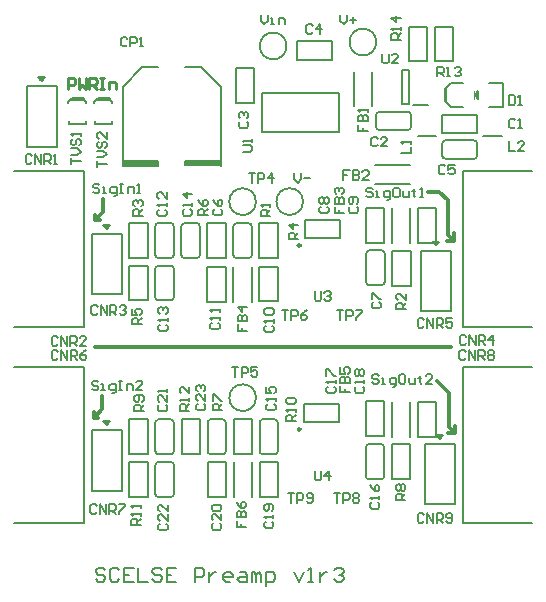
<source format=gto>
G04*
G04 #@! TF.GenerationSoftware,Altium Limited,Altium Designer,22.6.1 (34)*
G04*
G04 Layer_Color=65535*
%FSAX43Y43*%
%MOMM*%
G71*
G04*
G04 #@! TF.SameCoordinates,DFD1A6D8-6486-425C-A6BB-C63D1257436E*
G04*
G04*
G04 #@! TF.FilePolarity,Positive*
G04*
G01*
G75*
%ADD10C,0.250*%
%ADD11C,0.150*%
%ADD12C,0.200*%
%ADD13C,0.100*%
%ADD14C,0.300*%
D10*
X0024345Y0014125D02*
G03*
X0024345Y0014125I-0000125J0000000D01*
G01*
X0024335Y0029690D02*
G03*
X0024335Y0029690I-0000125J0000000D01*
G01*
X0004650Y0042950D02*
Y0043850D01*
X0005100D01*
X0005250Y0043700D01*
Y0043400D01*
X0005100Y0043250D01*
X0004650D01*
X0005550Y0043850D02*
Y0042950D01*
X0005850Y0043250D01*
X0006150Y0042950D01*
Y0043850D01*
X0006449Y0042950D02*
Y0043850D01*
X0006899D01*
X0007049Y0043700D01*
Y0043400D01*
X0006899Y0043250D01*
X0006449D01*
X0006749D02*
X0007049Y0042950D01*
X0007349Y0043850D02*
X0007649D01*
X0007499D01*
Y0042950D01*
X0007349D01*
X0007649D01*
X0008099D02*
Y0043550D01*
X0008549D01*
X0008699Y0043400D01*
Y0042950D01*
D11*
X0033415Y0039465D02*
G03*
X0033665Y0039715I0000000J0000250D01*
G01*
X0030715D02*
G03*
X0030965Y0039465I0000250J0000000D01*
G01*
X0030965Y0041015D02*
G03*
X0030715Y0040765I0000000J-0000250D01*
G01*
X0033665Y0040765D02*
G03*
X0033415Y0041015I-0000250J0000000D01*
G01*
X0036575Y0038575D02*
G03*
X0036325Y0038325I0000000J-0000250D01*
G01*
X0039275D02*
G03*
X0039025Y0038575I-0000250J0000000D01*
G01*
X0039025Y0037025D02*
G03*
X0039275Y0037275I0000000J0000250D01*
G01*
X0036325Y0037275D02*
G03*
X0036575Y0037025I0000250J0000000D01*
G01*
X0020550Y0016795D02*
G03*
X0020550Y0016795I-0001130J0000000D01*
G01*
X0013335Y0008390D02*
G03*
X0013585Y0008640I0000000J0000250D01*
G01*
Y0011090D02*
G03*
X0013335Y0011340I-0000250J0000000D01*
G01*
X0012285Y0011340D02*
G03*
X0012035Y0011090I0000000J-0000250D01*
G01*
Y0008640D02*
G03*
X0012285Y0008390I0000250J0000000D01*
G01*
X0022145Y0012000D02*
G03*
X0022395Y0012250I0000000J0000250D01*
G01*
Y0014700D02*
G03*
X0022145Y0014950I-0000250J0000000D01*
G01*
X0021095Y0014950D02*
G03*
X0020845Y0014700I0000000J-0000250D01*
G01*
Y0012250D02*
G03*
X0021095Y0012000I0000250J0000000D01*
G01*
X0016695Y0014950D02*
G03*
X0016445Y0014700I0000000J-0000250D01*
G01*
Y0012250D02*
G03*
X0016695Y0012000I0000250J0000000D01*
G01*
X0017745Y0012000D02*
G03*
X0017995Y0012250I0000000J0000250D01*
G01*
Y0014700D02*
G03*
X0017745Y0014950I-0000250J0000000D01*
G01*
X0013335Y0012000D02*
G03*
X0013585Y0012250I0000000J0000250D01*
G01*
Y0014700D02*
G03*
X0013335Y0014950I-0000250J0000000D01*
G01*
X0012285Y0014950D02*
G03*
X0012035Y0014700I0000000J-0000250D01*
G01*
Y0012250D02*
G03*
X0012285Y0012000I0000250J0000000D01*
G01*
X0024530Y0033400D02*
G03*
X0024530Y0033400I-0001130J0000000D01*
G01*
X0020540Y0033390D02*
G03*
X0020540Y0033390I-0001130J0000000D01*
G01*
X0019935Y0028615D02*
G03*
X0020185Y0028865I0000000J0000250D01*
G01*
Y0031315D02*
G03*
X0019935Y0031565I-0000250J0000000D01*
G01*
X0018885Y0031565D02*
G03*
X0018635Y0031315I0000000J-0000250D01*
G01*
Y0028865D02*
G03*
X0018885Y0028615I0000250J0000000D01*
G01*
X0013326Y0025028D02*
G03*
X0013576Y0025278I0000000J0000250D01*
G01*
Y0027728D02*
G03*
X0013326Y0027978I-0000250J0000000D01*
G01*
X0012276Y0027978D02*
G03*
X0012026Y0027728I0000000J-0000250D01*
G01*
Y0025278D02*
G03*
X0012276Y0025028I0000250J0000000D01*
G01*
X0014485Y0031570D02*
G03*
X0014235Y0031320I0000000J-0000250D01*
G01*
Y0028870D02*
G03*
X0014485Y0028620I0000250J0000000D01*
G01*
X0015535Y0028620D02*
G03*
X0015785Y0028870I0000000J0000250D01*
G01*
Y0031320D02*
G03*
X0015535Y0031570I-0000250J0000000D01*
G01*
X0013328Y0028620D02*
G03*
X0013578Y0028870I0000000J0000250D01*
G01*
Y0031320D02*
G03*
X0013328Y0031570I-0000250J0000000D01*
G01*
X0012278Y0031570D02*
G03*
X0012028Y0031320I0000000J-0000250D01*
G01*
Y0028870D02*
G03*
X0012278Y0028620I0000250J0000000D01*
G01*
X0030730Y0046900D02*
G03*
X0030730Y0046900I-0001130J0000000D01*
G01*
X0023130Y0046575D02*
G03*
X0023130Y0046575I-0001130J0000000D01*
G01*
X0031185Y0026315D02*
G03*
X0031435Y0026565I0000000J0000250D01*
G01*
Y0029015D02*
G03*
X0031185Y0029265I-0000250J0000000D01*
G01*
X0030135Y0029265D02*
G03*
X0029885Y0029015I0000000J-0000250D01*
G01*
Y0026565D02*
G03*
X0030135Y0026315I0000250J0000000D01*
G01*
X0031145Y0009900D02*
G03*
X0031395Y0010150I0000000J0000250D01*
G01*
Y0012600D02*
G03*
X0031145Y0012850I-0000250J0000000D01*
G01*
X0030095Y0012850D02*
G03*
X0029845Y0012600I0000000J-0000250D01*
G01*
Y0010150D02*
G03*
X0030095Y0009900I0000250J0000000D01*
G01*
X0041475Y0041424D02*
Y0043424D01*
X0040275Y0041424D02*
X0041475Y0041424D01*
X0040275Y0043424D02*
X0041475D01*
X0039149Y0042320D02*
Y0042520D01*
X0039249Y0042320D02*
Y0042520D01*
Y0042320D02*
X0039349Y0042420D01*
Y0042720D01*
X0039049Y0042420D02*
X0039349Y0042720D01*
X0039049Y0042420D02*
X0039349Y0042120D01*
Y0042720D01*
X0035705Y0048215D02*
X0037255D01*
X0035705Y0045265D02*
Y0048215D01*
X0037255Y0045265D02*
Y0048215D01*
X0035705Y0045265D02*
X0037255D01*
X0033495D02*
X0035045D01*
X0035045D02*
Y0048215D01*
X0033495Y0045265D02*
Y0048215D01*
X0033495D02*
X0035045D01*
X0039805Y0038990D02*
X0041355D01*
X0034235D02*
X0035785D01*
X0033665Y0039715D02*
Y0040765D01*
X0030965Y0041015D02*
X0033390D01*
X0030965Y0039465D02*
X0033415D01*
X0030715Y0039715D02*
Y0040765D01*
X0036325Y0037275D02*
Y0038325D01*
X0036600Y0037025D02*
X0039025D01*
X0036575Y0038575D02*
X0039025D01*
X0039275Y0037275D02*
Y0038325D01*
X0034245Y0013500D02*
X0035795D01*
X0035795D02*
Y0016450D01*
X0034245Y0013500D02*
Y0016450D01*
X0034245D02*
X0035795D01*
X0033595Y0013500D02*
Y0016450D01*
X0032045Y0013500D02*
Y0016450D01*
X0029845Y0016475D02*
X0031395D01*
X0029845Y0013525D02*
Y0016475D01*
X0031395Y0013525D02*
Y0016475D01*
X0029845Y0013525D02*
X0031395D01*
X0012285Y0011340D02*
X0013335D01*
X0012035Y0008640D02*
Y0011090D01*
X0013585Y0008665D02*
Y0011090D01*
X0012285Y0008390D02*
X0013335D01*
X0009835D02*
X0011385D01*
X0011385D02*
Y0011340D01*
X0009835Y0008390D02*
Y0011340D01*
X0009835D02*
X0011385D01*
X0021095Y0014950D02*
X0022145D01*
X0020845Y0012250D02*
Y0014700D01*
X0022395Y0012275D02*
Y0014700D01*
X0021095Y0012000D02*
X0022145D01*
X0018645Y0012000D02*
X0020195D01*
X0020195D02*
Y0014950D01*
X0018645Y0012000D02*
Y0014950D01*
X0018645D02*
X0020195D01*
X0016695Y0012000D02*
X0017745D01*
X0017995Y0012250D02*
Y0014700D01*
X0016445Y0012250D02*
Y0014675D01*
X0016695Y0014950D02*
X0017745D01*
X0014245D02*
X0015795D01*
X0014245Y0012000D02*
Y0014950D01*
X0015795Y0012000D02*
Y0014950D01*
X0014245Y0012000D02*
X0015795D01*
X0012285Y0014950D02*
X0013335D01*
X0012035Y0012250D02*
Y0014700D01*
X0013585Y0012275D02*
Y0014700D01*
X0012285Y0012000D02*
X0013335D01*
X0009835D02*
X0011385D01*
X0011385D02*
Y0014950D01*
X0009835Y0012000D02*
Y0014950D01*
X0009835D02*
X0011385D01*
X0034505Y0024130D02*
X0037055D01*
X0034505Y0029230D02*
X0037055D01*
Y0024130D02*
Y0029230D01*
X0034505Y0024130D02*
Y0029230D01*
X0035480Y0029985D02*
X0036080D01*
X0035480D02*
X0035780Y0029685D01*
X0036080Y0029985D01*
X0035780D02*
X0036080D01*
X0035680Y0029885D02*
X0035780Y0029985D01*
X0035680Y0029885D02*
X0035855D01*
X0035680Y0029810D02*
X0035855D01*
X0034235Y0029915D02*
X0035785D01*
X0035785D02*
Y0032865D01*
X0034235Y0029915D02*
Y0032865D01*
X0034235D02*
X0035785D01*
X0033585Y0029915D02*
Y0032865D01*
X0032035Y0029915D02*
Y0032865D01*
X0029835Y0032840D02*
X0031385D01*
X0029835Y0029890D02*
Y0032840D01*
X0031385Y0029890D02*
Y0032840D01*
X0029835Y0029890D02*
X0031385D01*
X0018885Y0031565D02*
X0019935D01*
X0018635Y0028865D02*
Y0031315D01*
X0020185Y0028890D02*
Y0031315D01*
X0018885Y0028615D02*
X0019935D01*
X0012276Y0027978D02*
X0013326D01*
X0012026Y0025278D02*
Y0027728D01*
X0013576Y0025303D02*
Y0027728D01*
X0012276Y0025028D02*
X0013326D01*
X0009826D02*
X0011376D01*
X0011376D02*
Y0027978D01*
X0009826Y0025028D02*
Y0027978D01*
X0009826D02*
X0011376D01*
X0020835Y0028615D02*
X0022385D01*
X0022385D02*
Y0031565D01*
X0020835Y0028615D02*
Y0031565D01*
X0020835D02*
X0022385D01*
X0016435Y0031570D02*
X0017985D01*
X0016435Y0028620D02*
Y0031570D01*
X0017985Y0028620D02*
Y0031570D01*
X0016435Y0028620D02*
X0017985D01*
X0014485D02*
X0015535D01*
X0015785Y0028870D02*
Y0031320D01*
X0014235Y0028870D02*
Y0031295D01*
X0014485Y0031570D02*
X0015535D01*
X0012278D02*
X0013328D01*
X0012028Y0028870D02*
Y0031320D01*
X0013578Y0028895D02*
Y0031320D01*
X0012278Y0028620D02*
X0013328D01*
X0009828D02*
X0011378D01*
X0011378D02*
Y0031570D01*
X0009828Y0028620D02*
Y0031570D01*
X0009828D02*
X0011378D01*
X0038050Y0006141D02*
X0043950D01*
X0038050Y0019359D02*
X0043950D01*
X0038050Y0006141D02*
Y0019359D01*
X0038050Y0022741D02*
X0043950D01*
X0038050Y0035959D02*
X0043950D01*
X0038050Y0022741D02*
Y0035959D01*
X0030365Y0041450D02*
Y0044400D01*
X0028815Y0041450D02*
Y0044400D01*
X0026975Y0045425D02*
Y0046975D01*
X0024025Y0046975D02*
X0026975D01*
X0024025Y0045425D02*
X0026975D01*
X0024025Y0045425D02*
Y0046975D01*
X0001125Y0038050D02*
X0003675D01*
X0001125Y0043150D02*
X0003675D01*
Y0038050D02*
Y0043150D01*
X0001125Y0038050D02*
Y0043150D01*
X0002100Y0043905D02*
X0002700D01*
X0002100D02*
X0002400Y0043605D01*
X0002700Y0043905D01*
X0002400D02*
X0002700D01*
X0002300Y0043805D02*
X0002400Y0043905D01*
X0002300Y0043805D02*
X0002475D01*
X0002300Y0043730D02*
X0002475D01*
X0039270Y0039215D02*
Y0040765D01*
X0036320Y0040765D02*
X0039270D01*
X0036320Y0039215D02*
X0039270D01*
X0036320Y0039215D02*
Y0040765D01*
X0012225Y0036450D02*
Y0036850D01*
X0009252D02*
X0012225D01*
X0009252Y0036700D02*
X0012223D01*
X0009252Y0036600D02*
X0012223D01*
X0014575Y0036452D02*
X0017548D01*
X0014577Y0036602D02*
X0017548D01*
X0014577Y0036702D02*
X0017548D01*
X0014575Y0036852D02*
X0017548D01*
X0014575Y0036452D02*
Y0036852D01*
Y0044750D02*
X0015875D01*
X0017550Y0043075D01*
X0009250D02*
X0010925Y0044750D01*
X0012225D01*
X0017550Y0036450D02*
Y0043075D01*
X0009250Y0036450D02*
X0012225D01*
X0009250D02*
Y0043075D01*
X0021050Y0042550D02*
X0027550D01*
X0021050Y0039250D02*
X0027550D01*
Y0042550D01*
X0021050Y0039250D02*
Y0042550D01*
X0018825Y0041725D02*
X0020375D01*
X0020375D02*
Y0044675D01*
X0018825Y0041725D02*
Y0044675D01*
X0018825D02*
X0020375D01*
X0008325Y0040000D02*
Y0040250D01*
X0006875Y0040000D02*
X0008325D01*
X0006875D02*
Y0040250D01*
X0006125Y0040000D02*
Y0040250D01*
X0004675Y0040000D02*
X0006125D01*
X0004675D02*
Y0040250D01*
X0032085Y0026290D02*
X0033635D01*
X0033635D02*
Y0029240D01*
X0032085Y0026290D02*
Y0029240D01*
X0032085D02*
X0033635D01*
X0030135Y0029265D02*
X0031185D01*
X0029885Y0026565D02*
Y0029015D01*
X0031435Y0026590D02*
Y0029015D01*
X0030135Y0026315D02*
X0031185D01*
X0030625Y0036475D02*
X0033575D01*
X0030625Y0034925D02*
X0033575D01*
X0032045Y0009900D02*
X0033595D01*
X0033595D02*
Y0012850D01*
X0032045Y0009900D02*
Y0012850D01*
X0032045D02*
X0033595D01*
X0030095D02*
X0031145D01*
X0029845Y0010150D02*
Y0012600D01*
X0031395Y0010175D02*
Y0012600D01*
X0030095Y0009900D02*
X0031145D01*
X0006635Y0008930D02*
X0009185D01*
X0006635Y0014030D02*
X0009185D01*
Y0008930D02*
Y0014030D01*
X0006635Y0008930D02*
Y0014030D01*
X0007610Y0014785D02*
X0008210D01*
X0007610D02*
X0007910Y0014485D01*
X0008210Y0014785D01*
X0007910D02*
X0008210D01*
X0007810Y0014685D02*
X0007910Y0014785D01*
X0007810Y0014685D02*
X0007985D01*
X0007810Y0014610D02*
X0007985D01*
X0024625Y0014725D02*
Y0016275D01*
Y0014725D02*
X0027575D01*
X0024625Y0016275D02*
X0027575D01*
Y0014725D02*
Y0016275D01*
X0016445Y0011350D02*
X0017995D01*
X0016445Y0008400D02*
Y0011350D01*
X0017995Y0008400D02*
Y0011350D01*
X0016445Y0008400D02*
X0017995D01*
X0018645D02*
Y0011350D01*
X0020195Y0008400D02*
Y0011350D01*
X0020845Y0008400D02*
X0022395D01*
X0022395D02*
Y0011350D01*
X0020845Y0008400D02*
Y0011350D01*
X0020845D02*
X0022395D01*
X0024725Y0030325D02*
Y0031875D01*
Y0030325D02*
X0027675D01*
X0024725Y0031875D02*
X0027675D01*
Y0030325D02*
Y0031875D01*
X0020835Y0024940D02*
X0022385D01*
X0022385D02*
Y0027890D01*
X0020835Y0024940D02*
Y0027890D01*
X0020835D02*
X0022385D01*
X0018635Y0024915D02*
Y0027865D01*
X0020185Y0024915D02*
Y0027865D01*
X0016435D02*
X0017985D01*
X0016435Y0024915D02*
Y0027865D01*
X0017985Y0024915D02*
Y0027865D01*
X0016435Y0024915D02*
X0017985D01*
X0006625Y0025530D02*
X0009175D01*
X0006625Y0030630D02*
X0009175D01*
Y0025530D02*
Y0030630D01*
X0006625Y0025530D02*
Y0030630D01*
X0007600Y0031385D02*
X0008200D01*
X0007600D02*
X0007900Y0031085D01*
X0008200Y0031385D01*
X0007900D02*
X0008200D01*
X0007800Y0031285D02*
X0007900Y0031385D01*
X0007800Y0031285D02*
X0007975D01*
X0007800Y0031210D02*
X0007975D01*
X0000050Y0019359D02*
X0005950D01*
X0000050Y0006141D02*
X0005950D01*
Y0019359D01*
X0000050Y0035959D02*
X0005950D01*
X0000050Y0022741D02*
X0005950D01*
Y0035959D01*
X0034825Y0007750D02*
X0037375D01*
X0034825Y0012850D02*
X0037375D01*
Y0007750D02*
Y0012850D01*
X0034825Y0007750D02*
Y0012850D01*
X0035800Y0013605D02*
X0036400D01*
X0035800D02*
X0036100Y0013305D01*
X0036400Y0013605D01*
X0036100D02*
X0036400D01*
X0036000Y0013505D02*
X0036100Y0013605D01*
X0036000Y0013505D02*
X0036175D01*
X0036000Y0013430D02*
X0036175D01*
D12*
X0032930Y0041660D02*
X0033530D01*
X0032930D02*
Y0044560D01*
X0033530D01*
Y0041660D02*
Y0044560D01*
X0033880Y0041610D02*
X0035080D01*
X0036550Y0042933D02*
X0037040Y0043424D01*
X0038075D01*
X0036650Y0041824D02*
Y0043024D01*
X0036550Y0042933D02*
X0036550Y0041914D01*
X0037040Y0041424D02*
X0038075D01*
X0036550Y0041914D02*
X0037040Y0041424D01*
X0007140Y0042125D02*
X0008060Y0042125D01*
X0006850Y0041775D02*
Y0041835D01*
X0007100Y0042025D02*
X0008100D01*
X0006850Y0041835D02*
X0007140Y0042125D01*
X0008350Y0041775D02*
Y0041825D01*
X0008060Y0042125D02*
X0008350Y0041835D01*
X0004940Y0042125D02*
X0005860Y0042125D01*
X0004650Y0041775D02*
Y0041835D01*
X0004900Y0042025D02*
X0005900D01*
X0004650Y0041835D02*
X0004940Y0042125D01*
X0006150Y0041775D02*
Y0041825D01*
X0005860Y0042125D02*
X0006150Y0041835D01*
X0023800Y0035800D02*
Y0035267D01*
X0024067Y0035000D01*
X0024333Y0035267D01*
Y0035800D01*
X0024600Y0035400D02*
X0025133D01*
X0007293Y0034783D02*
X0007160Y0034916D01*
X0006893D01*
X0006760Y0034783D01*
Y0034650D01*
X0006893Y0034516D01*
X0007160D01*
X0007293Y0034383D01*
Y0034250D01*
X0007160Y0034117D01*
X0006893D01*
X0006760Y0034250D01*
X0007560Y0034117D02*
X0007826D01*
X0007693D01*
Y0034650D01*
X0007560D01*
X0008493Y0033850D02*
X0008626D01*
X0008759Y0033983D01*
Y0034650D01*
X0008359D01*
X0008226Y0034516D01*
Y0034250D01*
X0008359Y0034117D01*
X0008759D01*
X0009026Y0034916D02*
X0009293D01*
X0009159D01*
Y0034117D01*
X0009026D01*
X0009293D01*
X0009692D02*
Y0034650D01*
X0010092D01*
X0010226Y0034516D01*
Y0034117D01*
X0010492D02*
X0010759D01*
X0010625D01*
Y0034916D01*
X0010492Y0034783D01*
X0007780Y0002210D02*
X0007580Y0002409D01*
X0007180D01*
X0006980Y0002210D01*
Y0002010D01*
X0007180Y0001810D01*
X0007580D01*
X0007780Y0001610D01*
Y0001410D01*
X0007580Y0001210D01*
X0007180D01*
X0006980Y0001410D01*
X0008979Y0002210D02*
X0008779Y0002409D01*
X0008380D01*
X0008180Y0002210D01*
Y0001410D01*
X0008380Y0001210D01*
X0008779D01*
X0008979Y0001410D01*
X0010179Y0002409D02*
X0009379D01*
Y0001210D01*
X0010179D01*
X0009379Y0001810D02*
X0009779D01*
X0010579Y0002409D02*
Y0001210D01*
X0011379D01*
X0012578Y0002210D02*
X0012378Y0002409D01*
X0011978D01*
X0011778Y0002210D01*
Y0002010D01*
X0011978Y0001810D01*
X0012378D01*
X0012578Y0001610D01*
Y0001410D01*
X0012378Y0001210D01*
X0011978D01*
X0011778Y0001410D01*
X0013778Y0002409D02*
X0012978D01*
Y0001210D01*
X0013778D01*
X0012978Y0001810D02*
X0013378D01*
X0015377Y0001210D02*
Y0002409D01*
X0015977D01*
X0016177Y0002210D01*
Y0001810D01*
X0015977Y0001610D01*
X0015377D01*
X0016577Y0002010D02*
Y0001210D01*
Y0001610D01*
X0016777Y0001810D01*
X0016977Y0002010D01*
X0017177D01*
X0018376Y0001210D02*
X0017976D01*
X0017777Y0001410D01*
Y0001810D01*
X0017976Y0002010D01*
X0018376D01*
X0018576Y0001810D01*
Y0001610D01*
X0017777D01*
X0019176Y0002010D02*
X0019576D01*
X0019776Y0001810D01*
Y0001210D01*
X0019176D01*
X0018976Y0001410D01*
X0019176Y0001610D01*
X0019776D01*
X0020176Y0001210D02*
Y0002010D01*
X0020376D01*
X0020576Y0001810D01*
Y0001210D01*
Y0001810D01*
X0020776Y0002010D01*
X0020975Y0001810D01*
Y0001210D01*
X0021375Y0000810D02*
Y0002010D01*
X0021975D01*
X0022175Y0001810D01*
Y0001410D01*
X0021975Y0001210D01*
X0021375D01*
X0023775Y0002010D02*
X0024174Y0001210D01*
X0024574Y0002010D01*
X0024974Y0001210D02*
X0025374D01*
X0025174D01*
Y0002409D01*
X0024974Y0002210D01*
X0025974Y0002010D02*
Y0001210D01*
Y0001610D01*
X0026174Y0001810D01*
X0026374Y0002010D01*
X0026574D01*
X0027173Y0002210D02*
X0027373Y0002409D01*
X0027773D01*
X0027973Y0002210D01*
Y0002010D01*
X0027773Y0001810D01*
X0027573D01*
X0027773D01*
X0027973Y0001610D01*
Y0001410D01*
X0027773Y0001210D01*
X0027373D01*
X0027173Y0001410D01*
X0030933Y0018633D02*
X0030800Y0018766D01*
X0030533D01*
X0030400Y0018633D01*
Y0018500D01*
X0030533Y0018366D01*
X0030800D01*
X0030933Y0018233D01*
Y0018100D01*
X0030800Y0017967D01*
X0030533D01*
X0030400Y0018100D01*
X0031200Y0017967D02*
X0031466D01*
X0031333D01*
Y0018500D01*
X0031200D01*
X0032133Y0017700D02*
X0032266D01*
X0032399Y0017833D01*
Y0018500D01*
X0031999D01*
X0031866Y0018366D01*
Y0018100D01*
X0031999Y0017967D01*
X0032399D01*
X0033066Y0018766D02*
X0032799D01*
X0032666Y0018633D01*
Y0018100D01*
X0032799Y0017967D01*
X0033066D01*
X0033199Y0018100D01*
Y0018633D01*
X0033066Y0018766D01*
X0033466Y0018500D02*
Y0018100D01*
X0033599Y0017967D01*
X0033999D01*
Y0018500D01*
X0034399Y0018633D02*
Y0018500D01*
X0034265D01*
X0034532D01*
X0034399D01*
Y0018100D01*
X0034532Y0017967D01*
X0035465D02*
X0034932D01*
X0035465Y0018500D01*
Y0018633D01*
X0035332Y0018766D01*
X0035065D01*
X0034932Y0018633D01*
X0007193Y0018083D02*
X0007060Y0018216D01*
X0006793D01*
X0006660Y0018083D01*
Y0017950D01*
X0006793Y0017816D01*
X0007060D01*
X0007193Y0017683D01*
Y0017550D01*
X0007060Y0017417D01*
X0006793D01*
X0006660Y0017550D01*
X0007460Y0017417D02*
X0007726D01*
X0007593D01*
Y0017950D01*
X0007460D01*
X0008393Y0017150D02*
X0008526D01*
X0008659Y0017283D01*
Y0017950D01*
X0008259D01*
X0008126Y0017816D01*
Y0017550D01*
X0008259Y0017417D01*
X0008659D01*
X0008926Y0018216D02*
X0009193D01*
X0009059D01*
Y0017417D01*
X0008926D01*
X0009193D01*
X0009592D02*
Y0017950D01*
X0009992D01*
X0010126Y0017816D01*
Y0017417D01*
X0010925D02*
X0010392D01*
X0010925Y0017950D01*
Y0018083D01*
X0010792Y0018216D01*
X0010525D01*
X0010392Y0018083D01*
X0030433Y0034433D02*
X0030300Y0034566D01*
X0030033D01*
X0029900Y0034433D01*
Y0034300D01*
X0030033Y0034166D01*
X0030300D01*
X0030433Y0034033D01*
Y0033900D01*
X0030300Y0033767D01*
X0030033D01*
X0029900Y0033900D01*
X0030700Y0033767D02*
X0030966D01*
X0030833D01*
Y0034300D01*
X0030700D01*
X0031633Y0033500D02*
X0031766D01*
X0031899Y0033633D01*
Y0034300D01*
X0031499D01*
X0031366Y0034166D01*
Y0033900D01*
X0031499Y0033767D01*
X0031899D01*
X0032566Y0034566D02*
X0032299D01*
X0032166Y0034433D01*
Y0033900D01*
X0032299Y0033767D01*
X0032566D01*
X0032699Y0033900D01*
Y0034433D01*
X0032566Y0034566D01*
X0032966Y0034300D02*
Y0033900D01*
X0033099Y0033767D01*
X0033499D01*
Y0034300D01*
X0033899Y0034433D02*
Y0034300D01*
X0033765D01*
X0034032D01*
X0033899D01*
Y0033900D01*
X0034032Y0033767D01*
X0034432D02*
X0034698D01*
X0034565D01*
Y0034566D01*
X0034432Y0034433D01*
X0027700Y0049200D02*
Y0048667D01*
X0027967Y0048400D01*
X0028233Y0048667D01*
Y0049200D01*
X0028500Y0048800D02*
X0029033D01*
X0028766Y0049066D02*
Y0048533D01*
X0021000Y0049200D02*
Y0048667D01*
X0021267Y0048400D01*
X0021533Y0048667D01*
Y0049200D01*
X0021800Y0048400D02*
X0022066D01*
X0021933D01*
Y0048933D01*
X0021800D01*
X0022466Y0048400D02*
Y0048933D01*
X0022866D01*
X0022999Y0048800D01*
Y0048400D01*
X0031234Y0045900D02*
Y0045233D01*
X0031367Y0045100D01*
X0031633D01*
X0031767Y0045233D01*
Y0045900D01*
X0032566Y0045100D02*
X0032033D01*
X0032566Y0045633D01*
Y0045767D01*
X0032433Y0045900D01*
X0032167D01*
X0032033Y0045767D01*
X0027149Y0008700D02*
X0027682D01*
X0027415D01*
Y0007900D01*
X0027948D02*
Y0008700D01*
X0028348D01*
X0028482Y0008567D01*
Y0008300D01*
X0028348Y0008167D01*
X0027948D01*
X0028748Y0008567D02*
X0028881Y0008700D01*
X0029148D01*
X0029281Y0008567D01*
Y0008433D01*
X0029148Y0008300D01*
X0029281Y0008167D01*
Y0008033D01*
X0029148Y0007900D01*
X0028881D01*
X0028748Y0008033D01*
Y0008167D01*
X0028881Y0008300D01*
X0028748Y0008433D01*
Y0008567D01*
X0028881Y0008300D02*
X0029148D01*
X0023234Y0008700D02*
X0023767D01*
X0023500D01*
Y0007900D01*
X0024033D02*
Y0008700D01*
X0024433D01*
X0024567Y0008567D01*
Y0008300D01*
X0024433Y0008167D01*
X0024033D01*
X0024833Y0008033D02*
X0024966Y0007900D01*
X0025233D01*
X0025366Y0008033D01*
Y0008567D01*
X0025233Y0008700D01*
X0024966D01*
X0024833Y0008567D01*
Y0008433D01*
X0024966Y0008300D01*
X0025366D01*
X0025534Y0010600D02*
Y0009933D01*
X0025667Y0009800D01*
X0025933D01*
X0026067Y0009933D01*
Y0010600D01*
X0026733Y0009800D02*
Y0010600D01*
X0026333Y0010200D01*
X0026866D01*
X0027394Y0024200D02*
X0027927D01*
X0027660D01*
Y0023400D01*
X0028193D02*
Y0024200D01*
X0028593D01*
X0028727Y0024067D01*
Y0023800D01*
X0028593Y0023667D01*
X0028193D01*
X0028993Y0024200D02*
X0029526D01*
Y0024067D01*
X0028993Y0023533D01*
Y0023400D01*
X0022734Y0024200D02*
X0023267D01*
X0023000D01*
Y0023400D01*
X0023533D02*
Y0024200D01*
X0023933D01*
X0024067Y0024067D01*
Y0023800D01*
X0023933Y0023667D01*
X0023533D01*
X0024866Y0024200D02*
X0024600Y0024067D01*
X0024333Y0023800D01*
Y0023533D01*
X0024466Y0023400D01*
X0024733D01*
X0024866Y0023533D01*
Y0023667D01*
X0024733Y0023800D01*
X0024333D01*
X0025534Y0025800D02*
Y0025133D01*
X0025667Y0025000D01*
X0025933D01*
X0026067Y0025133D01*
Y0025800D01*
X0026333Y0025667D02*
X0026467Y0025800D01*
X0026733D01*
X0026866Y0025667D01*
Y0025533D01*
X0026733Y0025400D01*
X0026600D01*
X0026733D01*
X0026866Y0025267D01*
Y0025133D01*
X0026733Y0025000D01*
X0026467D01*
X0026333Y0025133D01*
X0041967Y0042400D02*
Y0041600D01*
X0042367D01*
X0042500Y0041733D01*
Y0042267D01*
X0042367Y0042400D01*
X0041967D01*
X0042767Y0041600D02*
X0043033D01*
X0042900D01*
Y0042400D01*
X0042767Y0042267D01*
X0035900Y0044000D02*
Y0044800D01*
X0036300D01*
X0036433Y0044667D01*
Y0044400D01*
X0036300Y0044267D01*
X0035900D01*
X0036167D02*
X0036433Y0044000D01*
X0036700D02*
X0036967D01*
X0036833D01*
Y0044800D01*
X0036700Y0044667D01*
X0037367D02*
X0037500Y0044800D01*
X0037766D01*
X0037900Y0044667D01*
Y0044533D01*
X0037766Y0044400D01*
X0037633D01*
X0037766D01*
X0037900Y0044267D01*
Y0044133D01*
X0037766Y0044000D01*
X0037500D01*
X0037367Y0044133D01*
X0032800Y0047100D02*
X0032000D01*
Y0047500D01*
X0032133Y0047633D01*
X0032400D01*
X0032533Y0047500D01*
Y0047100D01*
Y0047367D02*
X0032800Y0047633D01*
Y0047900D02*
Y0048167D01*
Y0048033D01*
X0032000D01*
X0032133Y0047900D01*
X0032800Y0048966D02*
X0032000D01*
X0032400Y0048567D01*
Y0049100D01*
X0041934Y0038500D02*
Y0037700D01*
X0042467D01*
X0043266D02*
X0042733D01*
X0043266Y0038233D01*
Y0038367D01*
X0043133Y0038500D01*
X0042867D01*
X0042733Y0038367D01*
X0032840Y0037497D02*
X0033640D01*
Y0038030D01*
Y0038297D02*
Y0038563D01*
Y0038430D01*
X0032840D01*
X0032973Y0038297D01*
X0030837Y0038737D02*
X0030703Y0038870D01*
X0030437D01*
X0030304Y0038737D01*
Y0038203D01*
X0030437Y0038070D01*
X0030703D01*
X0030837Y0038203D01*
X0031636Y0038070D02*
X0031103D01*
X0031636Y0038603D01*
Y0038737D01*
X0031503Y0038870D01*
X0031237D01*
X0031103Y0038737D01*
X0019410Y0037617D02*
X0020077D01*
X0020210Y0037750D01*
Y0038017D01*
X0020077Y0038150D01*
X0019410D01*
X0020210Y0038417D02*
Y0038683D01*
Y0038550D01*
X0019410D01*
X0019543Y0038417D01*
X0007100Y0036334D02*
Y0036867D01*
Y0036600D01*
X0007900D01*
X0007100Y0037134D02*
X0007633D01*
X0007900Y0037400D01*
X0007633Y0037667D01*
X0007100D01*
X0007233Y0038466D02*
X0007100Y0038333D01*
Y0038067D01*
X0007233Y0037933D01*
X0007367D01*
X0007500Y0038067D01*
Y0038333D01*
X0007633Y0038466D01*
X0007767D01*
X0007900Y0038333D01*
Y0038067D01*
X0007767Y0037933D01*
X0007900Y0039266D02*
Y0038733D01*
X0007367Y0039266D01*
X0007233D01*
X0007100Y0039133D01*
Y0038866D01*
X0007233Y0038733D01*
X0004900Y0036567D02*
Y0037100D01*
Y0036834D01*
X0005700D01*
X0004900Y0037367D02*
X0005433D01*
X0005700Y0037633D01*
X0005433Y0037900D01*
X0004900D01*
X0005033Y0038700D02*
X0004900Y0038566D01*
Y0038300D01*
X0005033Y0038167D01*
X0005167D01*
X0005300Y0038300D01*
Y0038566D01*
X0005433Y0038700D01*
X0005567D01*
X0005700Y0038566D01*
Y0038300D01*
X0005567Y0038167D01*
X0005700Y0038966D02*
Y0039233D01*
Y0039100D01*
X0004900D01*
X0005033Y0038966D01*
X0018524Y0019380D02*
X0019057D01*
X0018790D01*
Y0018580D01*
X0019323D02*
Y0019380D01*
X0019723D01*
X0019857Y0019247D01*
Y0018980D01*
X0019723Y0018847D01*
X0019323D01*
X0020656Y0019380D02*
X0020123D01*
Y0018980D01*
X0020390Y0019113D01*
X0020523D01*
X0020656Y0018980D01*
Y0018713D01*
X0020523Y0018580D01*
X0020256D01*
X0020123Y0018713D01*
X0019934Y0035800D02*
X0020467D01*
X0020200D01*
Y0035000D01*
X0020733D02*
Y0035800D01*
X0021133D01*
X0021267Y0035667D01*
Y0035400D01*
X0021133Y0035267D01*
X0020733D01*
X0021933Y0035000D02*
Y0035800D01*
X0021533Y0035400D01*
X0022066D01*
X0014900Y0015690D02*
X0014100D01*
Y0016090D01*
X0014233Y0016223D01*
X0014500D01*
X0014633Y0016090D01*
Y0015690D01*
Y0015957D02*
X0014900Y0016223D01*
Y0016490D02*
Y0016757D01*
Y0016623D01*
X0014100D01*
X0014233Y0016490D01*
X0014900Y0017690D02*
Y0017157D01*
X0014367Y0017690D01*
X0014233D01*
X0014100Y0017556D01*
Y0017290D01*
X0014233Y0017157D01*
X0010770Y0006004D02*
X0009970D01*
Y0006403D01*
X0010103Y0006537D01*
X0010370D01*
X0010503Y0006403D01*
Y0006004D01*
Y0006270D02*
X0010770Y0006537D01*
Y0006803D02*
Y0007070D01*
Y0006937D01*
X0009970D01*
X0010103Y0006803D01*
X0010770Y0007470D02*
Y0007736D01*
Y0007603D01*
X0009970D01*
X0010103Y0007470D01*
X0023900Y0014800D02*
X0023100D01*
Y0015200D01*
X0023233Y0015333D01*
X0023500D01*
X0023633Y0015200D01*
Y0014800D01*
Y0015067D02*
X0023900Y0015333D01*
Y0015600D02*
Y0015867D01*
Y0015733D01*
X0023100D01*
X0023233Y0015600D01*
Y0016267D02*
X0023100Y0016400D01*
Y0016666D01*
X0023233Y0016800D01*
X0023767D01*
X0023900Y0016666D01*
Y0016400D01*
X0023767Y0016267D01*
X0023233D01*
X0011060Y0015654D02*
X0010260D01*
Y0016053D01*
X0010393Y0016187D01*
X0010660D01*
X0010793Y0016053D01*
Y0015654D01*
Y0015920D02*
X0011060Y0016187D01*
X0010927Y0016453D02*
X0011060Y0016587D01*
Y0016853D01*
X0010927Y0016986D01*
X0010393D01*
X0010260Y0016853D01*
Y0016587D01*
X0010393Y0016453D01*
X0010527D01*
X0010660Y0016587D01*
Y0016986D01*
X0033200Y0008134D02*
X0032400D01*
Y0008533D01*
X0032533Y0008667D01*
X0032800D01*
X0032933Y0008533D01*
Y0008134D01*
Y0008400D02*
X0033200Y0008667D01*
X0032533Y0008933D02*
X0032400Y0009067D01*
Y0009333D01*
X0032533Y0009466D01*
X0032667D01*
X0032800Y0009333D01*
X0032933Y0009466D01*
X0033067D01*
X0033200Y0009333D01*
Y0009067D01*
X0033067Y0008933D01*
X0032933D01*
X0032800Y0009067D01*
X0032667Y0008933D01*
X0032533D01*
X0032800Y0009067D02*
Y0009333D01*
X0017680Y0015734D02*
X0016880D01*
Y0016133D01*
X0017013Y0016267D01*
X0017280D01*
X0017413Y0016133D01*
Y0015734D01*
Y0016000D02*
X0017680Y0016267D01*
X0016880Y0016533D02*
Y0017066D01*
X0017013D01*
X0017547Y0016533D01*
X0017680D01*
X0016450Y0032234D02*
X0015650D01*
Y0032633D01*
X0015783Y0032767D01*
X0016050D01*
X0016183Y0032633D01*
Y0032234D01*
Y0032500D02*
X0016450Y0032767D01*
X0015650Y0033566D02*
X0015783Y0033300D01*
X0016050Y0033033D01*
X0016317D01*
X0016450Y0033167D01*
Y0033433D01*
X0016317Y0033566D01*
X0016183D01*
X0016050Y0033433D01*
Y0033033D01*
X0010860Y0022994D02*
X0010060D01*
Y0023393D01*
X0010193Y0023527D01*
X0010460D01*
X0010593Y0023393D01*
Y0022994D01*
Y0023260D02*
X0010860Y0023527D01*
X0010060Y0024326D02*
Y0023793D01*
X0010460D01*
X0010327Y0024060D01*
Y0024193D01*
X0010460Y0024326D01*
X0010727D01*
X0010860Y0024193D01*
Y0023927D01*
X0010727Y0023793D01*
X0024100Y0030234D02*
X0023300D01*
Y0030633D01*
X0023433Y0030767D01*
X0023700D01*
X0023833Y0030633D01*
Y0030234D01*
Y0030500D02*
X0024100Y0030767D01*
Y0031433D02*
X0023300D01*
X0023700Y0031033D01*
Y0031566D01*
X0010950Y0032194D02*
X0010150D01*
Y0032593D01*
X0010283Y0032727D01*
X0010550D01*
X0010683Y0032593D01*
Y0032194D01*
Y0032460D02*
X0010950Y0032727D01*
X0010283Y0032993D02*
X0010150Y0033127D01*
Y0033393D01*
X0010283Y0033526D01*
X0010417D01*
X0010550Y0033393D01*
Y0033260D01*
Y0033393D01*
X0010683Y0033526D01*
X0010817D01*
X0010950Y0033393D01*
Y0033127D01*
X0010817Y0032993D01*
X0033240Y0024264D02*
X0032440D01*
Y0024663D01*
X0032573Y0024797D01*
X0032840D01*
X0032973Y0024663D01*
Y0024264D01*
Y0024530D02*
X0033240Y0024797D01*
Y0025596D02*
Y0025063D01*
X0032707Y0025596D01*
X0032573D01*
X0032440Y0025463D01*
Y0025197D01*
X0032573Y0025063D01*
X0021770Y0032157D02*
X0020970D01*
Y0032557D01*
X0021103Y0032690D01*
X0021370D01*
X0021503Y0032557D01*
Y0032157D01*
Y0032423D02*
X0021770Y0032690D01*
Y0032957D02*
Y0033223D01*
Y0033090D01*
X0020970D01*
X0021103Y0032957D01*
X0018900Y0006387D02*
Y0005854D01*
X0019300D01*
Y0006120D01*
Y0005854D01*
X0019700D01*
X0018900Y0006653D02*
X0019700D01*
Y0007053D01*
X0019567Y0007187D01*
X0019433D01*
X0019300Y0007053D01*
Y0006653D01*
Y0007053D01*
X0019167Y0007187D01*
X0019033D01*
X0018900Y0007053D01*
Y0006653D01*
Y0007986D02*
X0019033Y0007720D01*
X0019300Y0007453D01*
X0019567D01*
X0019700Y0007586D01*
Y0007853D01*
X0019567Y0007986D01*
X0019433D01*
X0019300Y0007853D01*
Y0007453D01*
X0027700Y0017767D02*
Y0017234D01*
X0028100D01*
Y0017500D01*
Y0017234D01*
X0028500D01*
X0027700Y0018033D02*
X0028500D01*
Y0018433D01*
X0028367Y0018567D01*
X0028233D01*
X0028100Y0018433D01*
Y0018033D01*
Y0018433D01*
X0027967Y0018567D01*
X0027833D01*
X0027700Y0018433D01*
Y0018033D01*
Y0019366D02*
Y0018833D01*
X0028100D01*
X0027967Y0019100D01*
Y0019233D01*
X0028100Y0019366D01*
X0028367D01*
X0028500Y0019233D01*
Y0018966D01*
X0028367Y0018833D01*
X0019000Y0022997D02*
Y0022464D01*
X0019400D01*
Y0022730D01*
Y0022464D01*
X0019800D01*
X0019000Y0023263D02*
X0019800D01*
Y0023663D01*
X0019667Y0023797D01*
X0019533D01*
X0019400Y0023663D01*
Y0023263D01*
Y0023663D01*
X0019267Y0023797D01*
X0019133D01*
X0019000Y0023663D01*
Y0023263D01*
X0019800Y0024463D02*
X0019000D01*
X0019400Y0024063D01*
Y0024596D01*
X0027200Y0032967D02*
Y0032434D01*
X0027600D01*
Y0032700D01*
Y0032434D01*
X0028000D01*
X0027200Y0033233D02*
X0028000D01*
Y0033633D01*
X0027867Y0033767D01*
X0027733D01*
X0027600Y0033633D01*
Y0033233D01*
Y0033633D01*
X0027467Y0033767D01*
X0027333D01*
X0027200Y0033633D01*
Y0033233D01*
X0027333Y0034033D02*
X0027200Y0034166D01*
Y0034433D01*
X0027333Y0034566D01*
X0027467D01*
X0027600Y0034433D01*
Y0034300D01*
Y0034433D01*
X0027733Y0034566D01*
X0027867D01*
X0028000Y0034433D01*
Y0034166D01*
X0027867Y0034033D01*
X0028487Y0036040D02*
X0027954D01*
Y0035640D01*
X0028220D01*
X0027954D01*
Y0035240D01*
X0028753Y0036040D02*
Y0035240D01*
X0029153D01*
X0029287Y0035373D01*
Y0035507D01*
X0029153Y0035640D01*
X0028753D01*
X0029153D01*
X0029287Y0035773D01*
Y0035907D01*
X0029153Y0036040D01*
X0028753D01*
X0030086Y0035240D02*
X0029553D01*
X0030086Y0035773D01*
Y0035907D01*
X0029953Y0036040D01*
X0029686D01*
X0029553Y0035907D01*
X0029190Y0039922D02*
Y0039389D01*
X0029590D01*
Y0039655D01*
Y0039389D01*
X0029990D01*
X0029190Y0040189D02*
X0029990D01*
Y0040588D01*
X0029857Y0040722D01*
X0029723D01*
X0029590Y0040588D01*
Y0040189D01*
Y0040588D01*
X0029457Y0040722D01*
X0029323D01*
X0029190Y0040588D01*
Y0040189D01*
X0029990Y0040988D02*
Y0041255D01*
Y0041122D01*
X0029190D01*
X0029323Y0040988D01*
X0009650Y0047197D02*
X0009517Y0047330D01*
X0009250D01*
X0009117Y0047197D01*
Y0046663D01*
X0009250Y0046530D01*
X0009517D01*
X0009650Y0046663D01*
X0009917Y0046530D02*
Y0047330D01*
X0010317D01*
X0010450Y0047197D01*
Y0046930D01*
X0010317Y0046797D01*
X0009917D01*
X0010716Y0046530D02*
X0010983D01*
X0010850D01*
Y0047330D01*
X0010716Y0047197D01*
X0007057Y0007637D02*
X0006924Y0007770D01*
X0006657D01*
X0006524Y0007637D01*
Y0007103D01*
X0006657Y0006970D01*
X0006924D01*
X0007057Y0007103D01*
X0007324Y0006970D02*
Y0007770D01*
X0007857Y0006970D01*
Y0007770D01*
X0008123Y0006970D02*
Y0007770D01*
X0008523D01*
X0008656Y0007637D01*
Y0007370D01*
X0008523Y0007237D01*
X0008123D01*
X0008390D02*
X0008656Y0006970D01*
X0008923Y0007770D02*
X0009456D01*
Y0007637D01*
X0008923Y0007103D01*
Y0006970D01*
X0003777Y0020687D02*
X0003644Y0020820D01*
X0003377D01*
X0003244Y0020687D01*
Y0020153D01*
X0003377Y0020020D01*
X0003644D01*
X0003777Y0020153D01*
X0004044Y0020020D02*
Y0020820D01*
X0004577Y0020020D01*
Y0020820D01*
X0004843Y0020020D02*
Y0020820D01*
X0005243D01*
X0005376Y0020687D01*
Y0020420D01*
X0005243Y0020287D01*
X0004843D01*
X0005110D02*
X0005376Y0020020D01*
X0006176Y0020820D02*
X0005910Y0020687D01*
X0005643Y0020420D01*
Y0020153D01*
X0005776Y0020020D01*
X0006043D01*
X0006176Y0020153D01*
Y0020287D01*
X0006043Y0020420D01*
X0005643D01*
X0038307Y0020687D02*
X0038174Y0020820D01*
X0037907D01*
X0037774Y0020687D01*
Y0020153D01*
X0037907Y0020020D01*
X0038174D01*
X0038307Y0020153D01*
X0038574Y0020020D02*
Y0020820D01*
X0039107Y0020020D01*
Y0020820D01*
X0039373Y0020020D02*
Y0020820D01*
X0039773D01*
X0039906Y0020687D01*
Y0020420D01*
X0039773Y0020287D01*
X0039373D01*
X0039640D02*
X0039906Y0020020D01*
X0040173Y0020687D02*
X0040306Y0020820D01*
X0040573D01*
X0040706Y0020687D01*
Y0020553D01*
X0040573Y0020420D01*
X0040706Y0020287D01*
Y0020153D01*
X0040573Y0020020D01*
X0040306D01*
X0040173Y0020153D01*
Y0020287D01*
X0040306Y0020420D01*
X0040173Y0020553D01*
Y0020687D01*
X0040306Y0020420D02*
X0040573D01*
X0034767Y0006867D02*
X0034634Y0007000D01*
X0034367D01*
X0034234Y0006867D01*
Y0006333D01*
X0034367Y0006200D01*
X0034634D01*
X0034767Y0006333D01*
X0035034Y0006200D02*
Y0007000D01*
X0035567Y0006200D01*
Y0007000D01*
X0035833Y0006200D02*
Y0007000D01*
X0036233D01*
X0036366Y0006867D01*
Y0006600D01*
X0036233Y0006467D01*
X0035833D01*
X0036100D02*
X0036366Y0006200D01*
X0036633Y0006333D02*
X0036766Y0006200D01*
X0037033D01*
X0037166Y0006333D01*
Y0006867D01*
X0037033Y0007000D01*
X0036766D01*
X0036633Y0006867D01*
Y0006733D01*
X0036766Y0006600D01*
X0037166D01*
X0007137Y0024487D02*
X0007004Y0024620D01*
X0006737D01*
X0006604Y0024487D01*
Y0023953D01*
X0006737Y0023820D01*
X0007004D01*
X0007137Y0023953D01*
X0007404Y0023820D02*
Y0024620D01*
X0007937Y0023820D01*
Y0024620D01*
X0008203Y0023820D02*
Y0024620D01*
X0008603D01*
X0008736Y0024487D01*
Y0024220D01*
X0008603Y0024087D01*
X0008203D01*
X0008470D02*
X0008736Y0023820D01*
X0009003Y0024487D02*
X0009136Y0024620D01*
X0009403D01*
X0009536Y0024487D01*
Y0024353D01*
X0009403Y0024220D01*
X0009270D01*
X0009403D01*
X0009536Y0024087D01*
Y0023953D01*
X0009403Y0023820D01*
X0009136D01*
X0009003Y0023953D01*
X0003767Y0021857D02*
X0003634Y0021990D01*
X0003367D01*
X0003234Y0021857D01*
Y0021323D01*
X0003367Y0021190D01*
X0003634D01*
X0003767Y0021323D01*
X0004034Y0021190D02*
Y0021990D01*
X0004567Y0021190D01*
Y0021990D01*
X0004833Y0021190D02*
Y0021990D01*
X0005233D01*
X0005366Y0021857D01*
Y0021590D01*
X0005233Y0021457D01*
X0004833D01*
X0005100D02*
X0005366Y0021190D01*
X0006166D02*
X0005633D01*
X0006166Y0021723D01*
Y0021857D01*
X0006033Y0021990D01*
X0005766D01*
X0005633Y0021857D01*
X0038337Y0021957D02*
X0038204Y0022090D01*
X0037937D01*
X0037804Y0021957D01*
Y0021423D01*
X0037937Y0021290D01*
X0038204D01*
X0038337Y0021423D01*
X0038604Y0021290D02*
Y0022090D01*
X0039137Y0021290D01*
Y0022090D01*
X0039403Y0021290D02*
Y0022090D01*
X0039803D01*
X0039936Y0021957D01*
Y0021690D01*
X0039803Y0021557D01*
X0039403D01*
X0039670D02*
X0039936Y0021290D01*
X0040603D02*
Y0022090D01*
X0040203Y0021690D01*
X0040736D01*
X0034767Y0023367D02*
X0034634Y0023500D01*
X0034367D01*
X0034234Y0023367D01*
Y0022833D01*
X0034367Y0022700D01*
X0034634D01*
X0034767Y0022833D01*
X0035034Y0022700D02*
Y0023500D01*
X0035567Y0022700D01*
Y0023500D01*
X0035833Y0022700D02*
Y0023500D01*
X0036233D01*
X0036366Y0023367D01*
Y0023100D01*
X0036233Y0022967D01*
X0035833D01*
X0036100D02*
X0036366Y0022700D01*
X0037166Y0023500D02*
X0036633D01*
Y0023100D01*
X0036900Y0023233D01*
X0037033D01*
X0037166Y0023100D01*
Y0022833D01*
X0037033Y0022700D01*
X0036766D01*
X0036633Y0022833D01*
X0001570Y0037257D02*
X0001437Y0037390D01*
X0001170D01*
X0001037Y0037257D01*
Y0036723D01*
X0001170Y0036590D01*
X0001437D01*
X0001570Y0036723D01*
X0001837Y0036590D02*
Y0037390D01*
X0002370Y0036590D01*
Y0037390D01*
X0002637Y0036590D02*
Y0037390D01*
X0003036D01*
X0003170Y0037257D01*
Y0036990D01*
X0003036Y0036857D01*
X0002637D01*
X0002903D02*
X0003170Y0036590D01*
X0003436D02*
X0003703D01*
X0003570D01*
Y0037390D01*
X0003436Y0037257D01*
X0016943Y0006147D02*
X0016810Y0006014D01*
Y0005747D01*
X0016943Y0005614D01*
X0017477D01*
X0017610Y0005747D01*
Y0006014D01*
X0017477Y0006147D01*
X0017610Y0006947D02*
Y0006413D01*
X0017077Y0006947D01*
X0016943D01*
X0016810Y0006813D01*
Y0006547D01*
X0016943Y0006413D01*
Y0007213D02*
X0016810Y0007346D01*
Y0007613D01*
X0016943Y0007746D01*
X0017477D01*
X0017610Y0007613D01*
Y0007346D01*
X0017477Y0007213D01*
X0016943D01*
X0029033Y0017733D02*
X0028900Y0017600D01*
Y0017334D01*
X0029033Y0017200D01*
X0029567D01*
X0029700Y0017334D01*
Y0017600D01*
X0029567Y0017733D01*
X0029700Y0018000D02*
Y0018267D01*
Y0018133D01*
X0028900D01*
X0029033Y0018000D01*
Y0018667D02*
X0028900Y0018800D01*
Y0019066D01*
X0029033Y0019200D01*
X0029167D01*
X0029300Y0019066D01*
X0029433Y0019200D01*
X0029567D01*
X0029700Y0019066D01*
Y0018800D01*
X0029567Y0018667D01*
X0029433D01*
X0029300Y0018800D01*
X0029167Y0018667D01*
X0029033D01*
X0029300Y0018800D02*
Y0019066D01*
X0016803Y0023127D02*
X0016670Y0022993D01*
Y0022727D01*
X0016803Y0022594D01*
X0017337D01*
X0017470Y0022727D01*
Y0022993D01*
X0017337Y0023127D01*
X0017470Y0023393D02*
Y0023660D01*
Y0023527D01*
X0016670D01*
X0016803Y0023393D01*
X0017470Y0024060D02*
Y0024326D01*
Y0024193D01*
X0016670D01*
X0016803Y0024060D01*
X0028533Y0032967D02*
X0028400Y0032833D01*
Y0032567D01*
X0028533Y0032434D01*
X0029067D01*
X0029200Y0032567D01*
Y0032833D01*
X0029067Y0032967D01*
Y0033233D02*
X0029200Y0033367D01*
Y0033633D01*
X0029067Y0033766D01*
X0028533D01*
X0028400Y0033633D01*
Y0033367D01*
X0028533Y0033233D01*
X0028667D01*
X0028800Y0033367D01*
Y0033766D01*
X0021353Y0006303D02*
X0021220Y0006170D01*
Y0005904D01*
X0021353Y0005770D01*
X0021887D01*
X0022020Y0005904D01*
Y0006170D01*
X0021887Y0006303D01*
X0022020Y0006570D02*
Y0006837D01*
Y0006703D01*
X0021220D01*
X0021353Y0006570D01*
X0021887Y0007237D02*
X0022020Y0007370D01*
Y0007636D01*
X0021887Y0007770D01*
X0021353D01*
X0021220Y0007636D01*
Y0007370D01*
X0021353Y0007237D01*
X0021487D01*
X0021620Y0007370D01*
Y0007770D01*
X0015603Y0016267D02*
X0015470Y0016134D01*
Y0015867D01*
X0015603Y0015734D01*
X0016137D01*
X0016270Y0015867D01*
Y0016134D01*
X0016137Y0016267D01*
X0016270Y0017067D02*
Y0016533D01*
X0015737Y0017067D01*
X0015603D01*
X0015470Y0016933D01*
Y0016667D01*
X0015603Y0016533D01*
Y0017333D02*
X0015470Y0017466D01*
Y0017733D01*
X0015603Y0017866D01*
X0015737D01*
X0015870Y0017733D01*
Y0017600D01*
Y0017733D01*
X0016003Y0017866D01*
X0016137D01*
X0016270Y0017733D01*
Y0017466D01*
X0016137Y0017333D01*
X0012403Y0006117D02*
X0012270Y0005984D01*
Y0005717D01*
X0012403Y0005584D01*
X0012937D01*
X0013070Y0005717D01*
Y0005984D01*
X0012937Y0006117D01*
X0013070Y0006917D02*
Y0006383D01*
X0012537Y0006917D01*
X0012403D01*
X0012270Y0006783D01*
Y0006517D01*
X0012403Y0006383D01*
X0013070Y0007716D02*
Y0007183D01*
X0012537Y0007716D01*
X0012403D01*
X0012270Y0007583D01*
Y0007316D01*
X0012403Y0007183D01*
X0012373Y0016190D02*
X0012240Y0016057D01*
Y0015790D01*
X0012373Y0015657D01*
X0012907D01*
X0013040Y0015790D01*
Y0016057D01*
X0012907Y0016190D01*
X0013040Y0016990D02*
Y0016457D01*
X0012507Y0016990D01*
X0012373D01*
X0012240Y0016857D01*
Y0016590D01*
X0012373Y0016457D01*
X0013040Y0017256D02*
Y0017523D01*
Y0017390D01*
X0012240D01*
X0012373Y0017256D01*
X0026633Y0017733D02*
X0026500Y0017600D01*
Y0017334D01*
X0026633Y0017200D01*
X0027167D01*
X0027300Y0017334D01*
Y0017600D01*
X0027167Y0017733D01*
X0027300Y0018000D02*
Y0018267D01*
Y0018133D01*
X0026500D01*
X0026633Y0018000D01*
X0026500Y0018667D02*
Y0019200D01*
X0026633D01*
X0027167Y0018667D01*
X0027300D01*
X0030333Y0007933D02*
X0030200Y0007800D01*
Y0007534D01*
X0030333Y0007400D01*
X0030867D01*
X0031000Y0007534D01*
Y0007800D01*
X0030867Y0007933D01*
X0031000Y0008200D02*
Y0008467D01*
Y0008333D01*
X0030200D01*
X0030333Y0008200D01*
X0030200Y0009400D02*
X0030333Y0009133D01*
X0030600Y0008867D01*
X0030867D01*
X0031000Y0009000D01*
Y0009266D01*
X0030867Y0009400D01*
X0030733D01*
X0030600Y0009266D01*
Y0008867D01*
X0021553Y0016243D02*
X0021420Y0016110D01*
Y0015844D01*
X0021553Y0015710D01*
X0022087D01*
X0022220Y0015844D01*
Y0016110D01*
X0022087Y0016243D01*
X0022220Y0016510D02*
Y0016777D01*
Y0016643D01*
X0021420D01*
X0021553Y0016510D01*
X0021420Y0017710D02*
Y0017177D01*
X0021820D01*
X0021687Y0017443D01*
Y0017576D01*
X0021820Y0017710D01*
X0022087D01*
X0022220Y0017576D01*
Y0017310D01*
X0022087Y0017177D01*
X0021373Y0022883D02*
X0021240Y0022750D01*
Y0022484D01*
X0021373Y0022350D01*
X0021907D01*
X0022040Y0022484D01*
Y0022750D01*
X0021907Y0022883D01*
X0022040Y0023150D02*
Y0023417D01*
Y0023283D01*
X0021240D01*
X0021373Y0023150D01*
Y0023817D02*
X0021240Y0023950D01*
Y0024216D01*
X0021373Y0024350D01*
X0021907D01*
X0022040Y0024216D01*
Y0023950D01*
X0021907Y0023817D01*
X0021373D01*
X0014463Y0032743D02*
X0014330Y0032610D01*
Y0032344D01*
X0014463Y0032210D01*
X0014997D01*
X0015130Y0032344D01*
Y0032610D01*
X0014997Y0032743D01*
X0015130Y0033010D02*
Y0033277D01*
Y0033143D01*
X0014330D01*
X0014463Y0033010D01*
X0015130Y0034076D02*
X0014330D01*
X0014730Y0033677D01*
Y0034210D01*
X0012413Y0022983D02*
X0012280Y0022850D01*
Y0022584D01*
X0012413Y0022450D01*
X0012947D01*
X0013080Y0022584D01*
Y0022850D01*
X0012947Y0022983D01*
X0013080Y0023250D02*
Y0023517D01*
Y0023383D01*
X0012280D01*
X0012413Y0023250D01*
Y0023917D02*
X0012280Y0024050D01*
Y0024316D01*
X0012413Y0024450D01*
X0012547D01*
X0012680Y0024316D01*
Y0024183D01*
Y0024316D01*
X0012813Y0024450D01*
X0012947D01*
X0013080Y0024316D01*
Y0024050D01*
X0012947Y0023917D01*
X0012333Y0032723D02*
X0012200Y0032590D01*
Y0032324D01*
X0012333Y0032190D01*
X0012867D01*
X0013000Y0032324D01*
Y0032590D01*
X0012867Y0032723D01*
X0013000Y0032990D02*
Y0033257D01*
Y0033123D01*
X0012200D01*
X0012333Y0032990D01*
X0013000Y0034190D02*
Y0033657D01*
X0012467Y0034190D01*
X0012333D01*
X0012200Y0034056D01*
Y0033790D01*
X0012333Y0033657D01*
X0026033Y0032967D02*
X0025900Y0032833D01*
Y0032567D01*
X0026033Y0032434D01*
X0026567D01*
X0026700Y0032567D01*
Y0032833D01*
X0026567Y0032967D01*
X0026033Y0033233D02*
X0025900Y0033367D01*
Y0033633D01*
X0026033Y0033766D01*
X0026167D01*
X0026300Y0033633D01*
X0026433Y0033766D01*
X0026567D01*
X0026700Y0033633D01*
Y0033367D01*
X0026567Y0033233D01*
X0026433D01*
X0026300Y0033367D01*
X0026167Y0033233D01*
X0026033D01*
X0026300Y0033367D02*
Y0033633D01*
X0030463Y0024887D02*
X0030330Y0024753D01*
Y0024487D01*
X0030463Y0024354D01*
X0030997D01*
X0031130Y0024487D01*
Y0024753D01*
X0030997Y0024887D01*
X0030330Y0025153D02*
Y0025686D01*
X0030463D01*
X0030997Y0025153D01*
X0031130D01*
X0017043Y0032757D02*
X0016910Y0032623D01*
Y0032357D01*
X0017043Y0032224D01*
X0017577D01*
X0017710Y0032357D01*
Y0032623D01*
X0017577Y0032757D01*
X0016910Y0033556D02*
X0017043Y0033290D01*
X0017310Y0033023D01*
X0017577D01*
X0017710Y0033157D01*
Y0033423D01*
X0017577Y0033556D01*
X0017443D01*
X0017310Y0033423D01*
Y0033023D01*
X0036567Y0036367D02*
X0036433Y0036500D01*
X0036167D01*
X0036034Y0036367D01*
Y0035833D01*
X0036167Y0035700D01*
X0036433D01*
X0036567Y0035833D01*
X0037366Y0036500D02*
X0036833D01*
Y0036100D01*
X0037100Y0036233D01*
X0037233D01*
X0037366Y0036100D01*
Y0035833D01*
X0037233Y0035700D01*
X0036967D01*
X0036833Y0035833D01*
X0025337Y0048277D02*
X0025203Y0048410D01*
X0024937D01*
X0024804Y0048277D01*
Y0047743D01*
X0024937Y0047610D01*
X0025203D01*
X0025337Y0047743D01*
X0026003Y0047610D02*
Y0048410D01*
X0025603Y0048010D01*
X0026136D01*
X0019233Y0040167D02*
X0019100Y0040033D01*
Y0039767D01*
X0019233Y0039634D01*
X0019767D01*
X0019900Y0039767D01*
Y0040033D01*
X0019767Y0040167D01*
X0019233Y0040433D02*
X0019100Y0040567D01*
Y0040833D01*
X0019233Y0040966D01*
X0019367D01*
X0019500Y0040833D01*
Y0040700D01*
Y0040833D01*
X0019633Y0040966D01*
X0019767D01*
X0019900Y0040833D01*
Y0040567D01*
X0019767Y0040433D01*
X0042500Y0040267D02*
X0042367Y0040400D01*
X0042100D01*
X0041967Y0040267D01*
Y0039733D01*
X0042100Y0039600D01*
X0042367D01*
X0042500Y0039733D01*
X0042767Y0039600D02*
X0043033D01*
X0042900D01*
Y0040400D01*
X0042767Y0040267D01*
D13*
X0038975Y0042099D02*
Y0042749D01*
D14*
X0035120Y0034250D02*
X0036050D01*
X0006900Y0021100D02*
X0037100D01*
X0036800Y0030600D02*
X0037300Y0030100D01*
Y0030700D01*
X0036700Y0030100D02*
X0037300D01*
X0036800Y0030600D02*
Y0033500D01*
X0036050Y0034250D02*
X0036800Y0033500D01*
X0035900Y0018200D02*
X0036900Y0017200D01*
Y0014300D02*
Y0017200D01*
X0036800Y0013800D02*
X0037400D01*
Y0014400D01*
X0036900Y0014300D02*
X0037400Y0013800D01*
X0007500Y0015800D02*
Y0016900D01*
X0006800Y0015100D02*
X0007500Y0015800D01*
X0006800Y0015100D02*
Y0015600D01*
Y0015100D02*
X0007200D01*
X0006900Y0031800D02*
X0007300D01*
X0006900D02*
Y0032300D01*
Y0031800D02*
X0007600Y0032500D01*
Y0033600D01*
M02*

</source>
